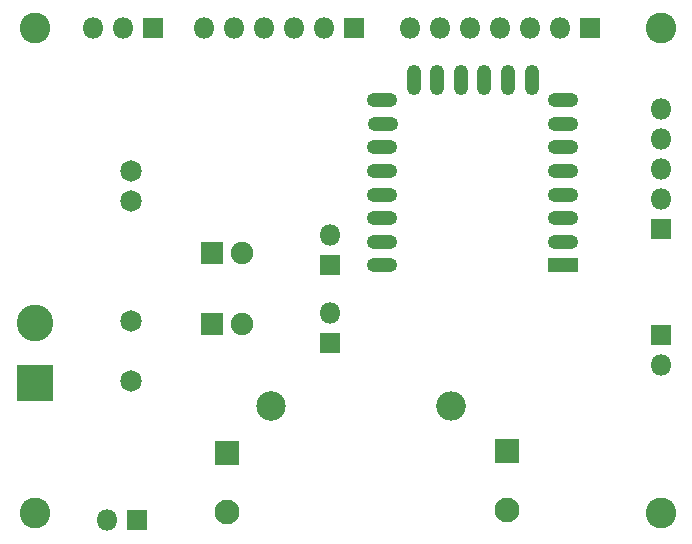
<source format=gbr>
%TF.GenerationSoftware,KiCad,Pcbnew,5.1.6-c6e7f7d~87~ubuntu18.04.1*%
%TF.CreationDate,2022-02-07T12:13:50+00:00*%
%TF.ProjectId,wifiboard-v4,77696669-626f-4617-9264-2d76342e6b69,rev?*%
%TF.SameCoordinates,Original*%
%TF.FileFunction,Soldermask,Bot*%
%TF.FilePolarity,Negative*%
%FSLAX46Y46*%
G04 Gerber Fmt 4.6, Leading zero omitted, Abs format (unit mm)*
G04 Created by KiCad (PCBNEW 5.1.6-c6e7f7d~87~ubuntu18.04.1) date 2022-02-07 12:13:50*
%MOMM*%
%LPD*%
G01*
G04 APERTURE LIST*
%ADD10C,2.100000*%
%ADD11R,2.100000X2.100000*%
%ADD12C,1.900000*%
%ADD13R,1.900000X1.900000*%
%ADD14O,1.800000X1.800000*%
%ADD15R,1.800000X1.800000*%
%ADD16R,3.100000X3.100000*%
%ADD17C,3.100000*%
%ADD18C,1.825000*%
%ADD19C,2.500000*%
%ADD20O,2.500000X2.500000*%
%ADD21C,2.600000*%
%ADD22R,2.600000X1.200000*%
%ADD23O,2.600000X1.200000*%
%ADD24O,1.200000X2.600000*%
G04 APERTURE END LIST*
D10*
%TO.C,C1*%
X39243000Y-175942000D03*
D11*
X39243000Y-170942000D03*
%TD*%
%TO.C,C3*%
X63000000Y-170815000D03*
D10*
X63000000Y-175815000D03*
%TD*%
D12*
%TO.C,D1*%
X40540000Y-154000000D03*
D13*
X38000000Y-154000000D03*
%TD*%
%TO.C,D2*%
X38000000Y-160000000D03*
D12*
X40540000Y-160000000D03*
%TD*%
D14*
%TO.C,J1*%
X29083000Y-176657000D03*
D15*
X31623000Y-176657000D03*
%TD*%
%TO.C,J2*%
X76000000Y-161000000D03*
D14*
X76000000Y-163540000D03*
%TD*%
D15*
%TO.C,J3*%
X76000000Y-152000000D03*
D14*
X76000000Y-149460000D03*
X76000000Y-146920000D03*
X76000000Y-144380000D03*
X76000000Y-141840000D03*
%TD*%
D15*
%TO.C,J4*%
X70000000Y-135000000D03*
D14*
X67460000Y-135000000D03*
X64920000Y-135000000D03*
X62380000Y-135000000D03*
X59840000Y-135000000D03*
X57300000Y-135000000D03*
X54760000Y-135000000D03*
%TD*%
D15*
%TO.C,J5*%
X50000000Y-135000000D03*
D14*
X47460000Y-135000000D03*
X44920000Y-135000000D03*
X42380000Y-135000000D03*
X39840000Y-135000000D03*
X37300000Y-135000000D03*
%TD*%
D15*
%TO.C,J6*%
X48000000Y-155000000D03*
D14*
X48000000Y-152460000D03*
%TD*%
D15*
%TO.C,J7*%
X33000000Y-135000000D03*
D14*
X30460000Y-135000000D03*
X27920000Y-135000000D03*
%TD*%
D16*
%TO.C,J8*%
X23000000Y-165000000D03*
D17*
X23000000Y-159920000D03*
%TD*%
D18*
%TO.C,K1*%
X31123000Y-147110000D03*
X31123000Y-149650000D03*
X31123000Y-159810000D03*
X31123000Y-164890000D03*
%TD*%
D19*
%TO.C,R1*%
X43000000Y-167000000D03*
D20*
X58240000Y-167000000D03*
%TD*%
D21*
%TO.C,H1*%
X23000000Y-135000000D03*
%TD*%
%TO.C,H2*%
X23000000Y-176000000D03*
%TD*%
%TO.C,H3*%
X76000000Y-135000000D03*
%TD*%
%TO.C,H4*%
X76000000Y-176000000D03*
%TD*%
D15*
%TO.C,J9*%
X48006000Y-161671000D03*
D14*
X48006000Y-159131000D03*
%TD*%
D22*
%TO.C,U1*%
X67756000Y-155067000D03*
D23*
X67756000Y-153067000D03*
X67756000Y-151067000D03*
X67756000Y-149067000D03*
X67756000Y-147067000D03*
X67756000Y-145067000D03*
X67756000Y-143067000D03*
X67756000Y-141067000D03*
X52356000Y-141067000D03*
X52456000Y-143067000D03*
X52356000Y-145067000D03*
X52356000Y-147067000D03*
X52356000Y-149067000D03*
X52356000Y-151067000D03*
X52356000Y-153067000D03*
X52356000Y-155067000D03*
D24*
X65066000Y-139367000D03*
X63066000Y-139367000D03*
X61066000Y-139367000D03*
X59066000Y-139367000D03*
X57066000Y-139367000D03*
X55066000Y-139367000D03*
%TD*%
M02*

</source>
